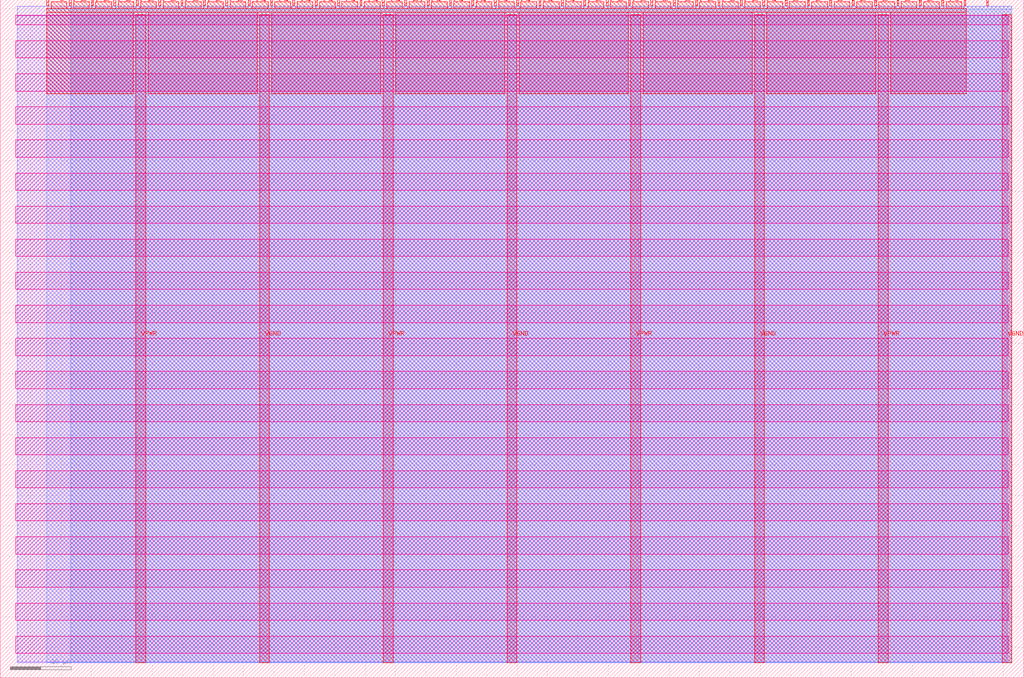
<source format=lef>
VERSION 5.7 ;
  NOWIREEXTENSIONATPIN ON ;
  DIVIDERCHAR "/" ;
  BUSBITCHARS "[]" ;
MACRO tt_um_wokwi_375310871188385793
  CLASS BLOCK ;
  FOREIGN tt_um_wokwi_375310871188385793 ;
  ORIGIN 0.000 0.000 ;
  SIZE 168.360 BY 111.520 ;
  PIN VGND
    DIRECTION INOUT ;
    USE GROUND ;
    PORT
      LAYER met4 ;
        RECT 42.670 2.480 44.270 109.040 ;
    END
    PORT
      LAYER met4 ;
        RECT 83.380 2.480 84.980 109.040 ;
    END
    PORT
      LAYER met4 ;
        RECT 124.090 2.480 125.690 109.040 ;
    END
    PORT
      LAYER met4 ;
        RECT 164.800 2.480 166.400 109.040 ;
    END
  END VGND
  PIN VPWR
    DIRECTION INOUT ;
    USE POWER ;
    PORT
      LAYER met4 ;
        RECT 22.315 2.480 23.915 109.040 ;
    END
    PORT
      LAYER met4 ;
        RECT 63.025 2.480 64.625 109.040 ;
    END
    PORT
      LAYER met4 ;
        RECT 103.735 2.480 105.335 109.040 ;
    END
    PORT
      LAYER met4 ;
        RECT 144.445 2.480 146.045 109.040 ;
    END
  END VPWR
  PIN clk
    DIRECTION INPUT ;
    USE SIGNAL ;
    ANTENNAGATEAREA 0.159000 ;
    PORT
      LAYER met4 ;
        RECT 158.550 110.520 158.850 111.520 ;
    END
  END clk
  PIN ena
    DIRECTION INPUT ;
    USE SIGNAL ;
    PORT
      LAYER met4 ;
        RECT 162.230 110.520 162.530 111.520 ;
    END
  END ena
  PIN rst_n
    DIRECTION INPUT ;
    USE SIGNAL ;
    ANTENNAGATEAREA 0.213000 ;
    PORT
      LAYER met4 ;
        RECT 154.870 110.520 155.170 111.520 ;
    END
  END rst_n
  PIN ui_in[0]
    DIRECTION INPUT ;
    USE SIGNAL ;
    ANTENNAGATEAREA 0.196500 ;
    PORT
      LAYER met4 ;
        RECT 151.190 110.520 151.490 111.520 ;
    END
  END ui_in[0]
  PIN ui_in[1]
    DIRECTION INPUT ;
    USE SIGNAL ;
    ANTENNAGATEAREA 0.196500 ;
    PORT
      LAYER met4 ;
        RECT 147.510 110.520 147.810 111.520 ;
    END
  END ui_in[1]
  PIN ui_in[2]
    DIRECTION INPUT ;
    USE SIGNAL ;
    ANTENNAGATEAREA 0.196500 ;
    PORT
      LAYER met4 ;
        RECT 143.830 110.520 144.130 111.520 ;
    END
  END ui_in[2]
  PIN ui_in[3]
    DIRECTION INPUT ;
    USE SIGNAL ;
    ANTENNAGATEAREA 0.196500 ;
    PORT
      LAYER met4 ;
        RECT 140.150 110.520 140.450 111.520 ;
    END
  END ui_in[3]
  PIN ui_in[4]
    DIRECTION INPUT ;
    USE SIGNAL ;
    ANTENNAGATEAREA 0.196500 ;
    PORT
      LAYER met4 ;
        RECT 136.470 110.520 136.770 111.520 ;
    END
  END ui_in[4]
  PIN ui_in[5]
    DIRECTION INPUT ;
    USE SIGNAL ;
    PORT
      LAYER met4 ;
        RECT 132.790 110.520 133.090 111.520 ;
    END
  END ui_in[5]
  PIN ui_in[6]
    DIRECTION INPUT ;
    USE SIGNAL ;
    PORT
      LAYER met4 ;
        RECT 129.110 110.520 129.410 111.520 ;
    END
  END ui_in[6]
  PIN ui_in[7]
    DIRECTION INPUT ;
    USE SIGNAL ;
    PORT
      LAYER met4 ;
        RECT 125.430 110.520 125.730 111.520 ;
    END
  END ui_in[7]
  PIN uio_in[0]
    DIRECTION INPUT ;
    USE SIGNAL ;
    PORT
      LAYER met4 ;
        RECT 121.750 110.520 122.050 111.520 ;
    END
  END uio_in[0]
  PIN uio_in[1]
    DIRECTION INPUT ;
    USE SIGNAL ;
    PORT
      LAYER met4 ;
        RECT 118.070 110.520 118.370 111.520 ;
    END
  END uio_in[1]
  PIN uio_in[2]
    DIRECTION INPUT ;
    USE SIGNAL ;
    PORT
      LAYER met4 ;
        RECT 114.390 110.520 114.690 111.520 ;
    END
  END uio_in[2]
  PIN uio_in[3]
    DIRECTION INPUT ;
    USE SIGNAL ;
    PORT
      LAYER met4 ;
        RECT 110.710 110.520 111.010 111.520 ;
    END
  END uio_in[3]
  PIN uio_in[4]
    DIRECTION INPUT ;
    USE SIGNAL ;
    PORT
      LAYER met4 ;
        RECT 107.030 110.520 107.330 111.520 ;
    END
  END uio_in[4]
  PIN uio_in[5]
    DIRECTION INPUT ;
    USE SIGNAL ;
    ANTENNAGATEAREA 0.196500 ;
    PORT
      LAYER met4 ;
        RECT 103.350 110.520 103.650 111.520 ;
    END
  END uio_in[5]
  PIN uio_in[6]
    DIRECTION INPUT ;
    USE SIGNAL ;
    ANTENNAGATEAREA 0.196500 ;
    PORT
      LAYER met4 ;
        RECT 99.670 110.520 99.970 111.520 ;
    END
  END uio_in[6]
  PIN uio_in[7]
    DIRECTION INPUT ;
    USE SIGNAL ;
    ANTENNAGATEAREA 0.196500 ;
    PORT
      LAYER met4 ;
        RECT 95.990 110.520 96.290 111.520 ;
    END
  END uio_in[7]
  PIN uio_oe[0]
    DIRECTION OUTPUT TRISTATE ;
    USE SIGNAL ;
    PORT
      LAYER met4 ;
        RECT 33.430 110.520 33.730 111.520 ;
    END
  END uio_oe[0]
  PIN uio_oe[1]
    DIRECTION OUTPUT TRISTATE ;
    USE SIGNAL ;
    PORT
      LAYER met4 ;
        RECT 29.750 110.520 30.050 111.520 ;
    END
  END uio_oe[1]
  PIN uio_oe[2]
    DIRECTION OUTPUT TRISTATE ;
    USE SIGNAL ;
    PORT
      LAYER met4 ;
        RECT 26.070 110.520 26.370 111.520 ;
    END
  END uio_oe[2]
  PIN uio_oe[3]
    DIRECTION OUTPUT TRISTATE ;
    USE SIGNAL ;
    PORT
      LAYER met4 ;
        RECT 22.390 110.520 22.690 111.520 ;
    END
  END uio_oe[3]
  PIN uio_oe[4]
    DIRECTION OUTPUT TRISTATE ;
    USE SIGNAL ;
    PORT
      LAYER met4 ;
        RECT 18.710 110.520 19.010 111.520 ;
    END
  END uio_oe[4]
  PIN uio_oe[5]
    DIRECTION OUTPUT TRISTATE ;
    USE SIGNAL ;
    PORT
      LAYER met4 ;
        RECT 15.030 110.520 15.330 111.520 ;
    END
  END uio_oe[5]
  PIN uio_oe[6]
    DIRECTION OUTPUT TRISTATE ;
    USE SIGNAL ;
    PORT
      LAYER met4 ;
        RECT 11.350 110.520 11.650 111.520 ;
    END
  END uio_oe[6]
  PIN uio_oe[7]
    DIRECTION OUTPUT TRISTATE ;
    USE SIGNAL ;
    ANTENNADIFFAREA 0.795200 ;
    PORT
      LAYER met4 ;
        RECT 7.670 110.520 7.970 111.520 ;
    END
  END uio_oe[7]
  PIN uio_out[0]
    DIRECTION OUTPUT TRISTATE ;
    USE SIGNAL ;
    ANTENNADIFFAREA 0.795200 ;
    PORT
      LAYER met4 ;
        RECT 62.870 110.520 63.170 111.520 ;
    END
  END uio_out[0]
  PIN uio_out[1]
    DIRECTION OUTPUT TRISTATE ;
    USE SIGNAL ;
    ANTENNADIFFAREA 0.795200 ;
    PORT
      LAYER met4 ;
        RECT 59.190 110.520 59.490 111.520 ;
    END
  END uio_out[1]
  PIN uio_out[2]
    DIRECTION OUTPUT TRISTATE ;
    USE SIGNAL ;
    ANTENNADIFFAREA 0.445500 ;
    PORT
      LAYER met4 ;
        RECT 55.510 110.520 55.810 111.520 ;
    END
  END uio_out[2]
  PIN uio_out[3]
    DIRECTION OUTPUT TRISTATE ;
    USE SIGNAL ;
    ANTENNADIFFAREA 0.795200 ;
    PORT
      LAYER met4 ;
        RECT 51.830 110.520 52.130 111.520 ;
    END
  END uio_out[3]
  PIN uio_out[4]
    DIRECTION OUTPUT TRISTATE ;
    USE SIGNAL ;
    ANTENNADIFFAREA 0.445500 ;
    PORT
      LAYER met4 ;
        RECT 48.150 110.520 48.450 111.520 ;
    END
  END uio_out[4]
  PIN uio_out[5]
    DIRECTION OUTPUT TRISTATE ;
    USE SIGNAL ;
    PORT
      LAYER met4 ;
        RECT 44.470 110.520 44.770 111.520 ;
    END
  END uio_out[5]
  PIN uio_out[6]
    DIRECTION OUTPUT TRISTATE ;
    USE SIGNAL ;
    PORT
      LAYER met4 ;
        RECT 40.790 110.520 41.090 111.520 ;
    END
  END uio_out[6]
  PIN uio_out[7]
    DIRECTION OUTPUT TRISTATE ;
    USE SIGNAL ;
    ANTENNADIFFAREA 0.445500 ;
    PORT
      LAYER met4 ;
        RECT 37.110 110.520 37.410 111.520 ;
    END
  END uio_out[7]
  PIN uo_out[0]
    DIRECTION OUTPUT TRISTATE ;
    USE SIGNAL ;
    ANTENNADIFFAREA 0.445500 ;
    PORT
      LAYER met4 ;
        RECT 92.310 110.520 92.610 111.520 ;
    END
  END uo_out[0]
  PIN uo_out[1]
    DIRECTION OUTPUT TRISTATE ;
    USE SIGNAL ;
    ANTENNADIFFAREA 0.795200 ;
    PORT
      LAYER met4 ;
        RECT 88.630 110.520 88.930 111.520 ;
    END
  END uo_out[1]
  PIN uo_out[2]
    DIRECTION OUTPUT TRISTATE ;
    USE SIGNAL ;
    ANTENNADIFFAREA 0.795200 ;
    PORT
      LAYER met4 ;
        RECT 84.950 110.520 85.250 111.520 ;
    END
  END uo_out[2]
  PIN uo_out[3]
    DIRECTION OUTPUT TRISTATE ;
    USE SIGNAL ;
    ANTENNADIFFAREA 0.445500 ;
    PORT
      LAYER met4 ;
        RECT 81.270 110.520 81.570 111.520 ;
    END
  END uo_out[3]
  PIN uo_out[4]
    DIRECTION OUTPUT TRISTATE ;
    USE SIGNAL ;
    ANTENNADIFFAREA 0.795200 ;
    PORT
      LAYER met4 ;
        RECT 77.590 110.520 77.890 111.520 ;
    END
  END uo_out[4]
  PIN uo_out[5]
    DIRECTION OUTPUT TRISTATE ;
    USE SIGNAL ;
    ANTENNADIFFAREA 0.795200 ;
    PORT
      LAYER met4 ;
        RECT 73.910 110.520 74.210 111.520 ;
    END
  END uo_out[5]
  PIN uo_out[6]
    DIRECTION OUTPUT TRISTATE ;
    USE SIGNAL ;
    ANTENNADIFFAREA 0.445500 ;
    PORT
      LAYER met4 ;
        RECT 70.230 110.520 70.530 111.520 ;
    END
  END uo_out[6]
  PIN uo_out[7]
    DIRECTION OUTPUT TRISTATE ;
    USE SIGNAL ;
    ANTENNADIFFAREA 0.795200 ;
    PORT
      LAYER met4 ;
        RECT 66.550 110.520 66.850 111.520 ;
    END
  END uo_out[7]
  OBS
      LAYER nwell ;
        RECT 2.570 107.385 165.790 108.990 ;
        RECT 2.570 101.945 165.790 104.775 ;
        RECT 2.570 96.505 165.790 99.335 ;
        RECT 2.570 91.065 165.790 93.895 ;
        RECT 2.570 85.625 165.790 88.455 ;
        RECT 2.570 80.185 165.790 83.015 ;
        RECT 2.570 74.745 165.790 77.575 ;
        RECT 2.570 69.305 165.790 72.135 ;
        RECT 2.570 63.865 165.790 66.695 ;
        RECT 2.570 58.425 165.790 61.255 ;
        RECT 2.570 52.985 165.790 55.815 ;
        RECT 2.570 47.545 165.790 50.375 ;
        RECT 2.570 42.105 165.790 44.935 ;
        RECT 2.570 36.665 165.790 39.495 ;
        RECT 2.570 31.225 165.790 34.055 ;
        RECT 2.570 25.785 165.790 28.615 ;
        RECT 2.570 20.345 165.790 23.175 ;
        RECT 2.570 14.905 165.790 17.735 ;
        RECT 2.570 9.465 165.790 12.295 ;
        RECT 2.570 4.025 165.790 6.855 ;
      LAYER li1 ;
        RECT 2.760 2.635 165.600 108.885 ;
      LAYER met1 ;
        RECT 2.760 2.480 166.400 110.460 ;
      LAYER met2 ;
        RECT 11.590 2.535 166.370 110.490 ;
      LAYER met3 ;
        RECT 7.630 2.555 166.390 109.985 ;
      LAYER met4 ;
        RECT 8.370 110.120 10.950 111.170 ;
        RECT 12.050 110.120 14.630 111.170 ;
        RECT 15.730 110.120 18.310 111.170 ;
        RECT 19.410 110.120 21.990 111.170 ;
        RECT 23.090 110.120 25.670 111.170 ;
        RECT 26.770 110.120 29.350 111.170 ;
        RECT 30.450 110.120 33.030 111.170 ;
        RECT 34.130 110.120 36.710 111.170 ;
        RECT 37.810 110.120 40.390 111.170 ;
        RECT 41.490 110.120 44.070 111.170 ;
        RECT 45.170 110.120 47.750 111.170 ;
        RECT 48.850 110.120 51.430 111.170 ;
        RECT 52.530 110.120 55.110 111.170 ;
        RECT 56.210 110.120 58.790 111.170 ;
        RECT 59.890 110.120 62.470 111.170 ;
        RECT 63.570 110.120 66.150 111.170 ;
        RECT 67.250 110.120 69.830 111.170 ;
        RECT 70.930 110.120 73.510 111.170 ;
        RECT 74.610 110.120 77.190 111.170 ;
        RECT 78.290 110.120 80.870 111.170 ;
        RECT 81.970 110.120 84.550 111.170 ;
        RECT 85.650 110.120 88.230 111.170 ;
        RECT 89.330 110.120 91.910 111.170 ;
        RECT 93.010 110.120 95.590 111.170 ;
        RECT 96.690 110.120 99.270 111.170 ;
        RECT 100.370 110.120 102.950 111.170 ;
        RECT 104.050 110.120 106.630 111.170 ;
        RECT 107.730 110.120 110.310 111.170 ;
        RECT 111.410 110.120 113.990 111.170 ;
        RECT 115.090 110.120 117.670 111.170 ;
        RECT 118.770 110.120 121.350 111.170 ;
        RECT 122.450 110.120 125.030 111.170 ;
        RECT 126.130 110.120 128.710 111.170 ;
        RECT 129.810 110.120 132.390 111.170 ;
        RECT 133.490 110.120 136.070 111.170 ;
        RECT 137.170 110.120 139.750 111.170 ;
        RECT 140.850 110.120 143.430 111.170 ;
        RECT 144.530 110.120 147.110 111.170 ;
        RECT 148.210 110.120 150.790 111.170 ;
        RECT 151.890 110.120 154.470 111.170 ;
        RECT 155.570 110.120 158.150 111.170 ;
        RECT 7.655 109.440 158.865 110.120 ;
        RECT 7.655 96.055 21.915 109.440 ;
        RECT 24.315 96.055 42.270 109.440 ;
        RECT 44.670 96.055 62.625 109.440 ;
        RECT 65.025 96.055 82.980 109.440 ;
        RECT 85.380 96.055 103.335 109.440 ;
        RECT 105.735 96.055 123.690 109.440 ;
        RECT 126.090 96.055 144.045 109.440 ;
        RECT 146.445 96.055 158.865 109.440 ;
  END
END tt_um_wokwi_375310871188385793
END LIBRARY


</source>
